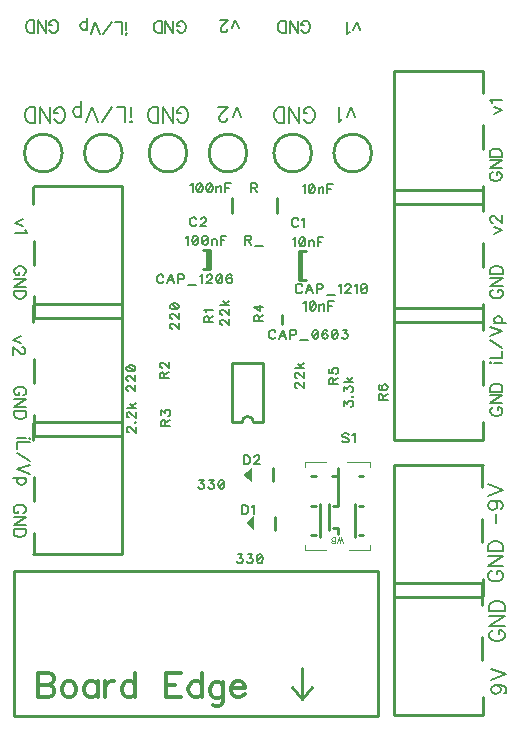
<source format=gto>
G04 DipTrace 2.3.1.0*
%INTopSilk.gbr*%
%MOIN*%
%ADD10C,0.01*%
%ADD12C,0.003*%
%ADD24C,0.0039*%
%ADD67C,0.0066*%
%ADD68C,0.0062*%
%ADD69C,0.0077*%
%ADD71C,0.0124*%
%FSLAX44Y44*%
G04*
G70*
G90*
G75*
G01*
%LNTopSilk*%
%LPD*%
X12954Y20899D2*
D10*
Y21410D1*
X11457D2*
Y20899D1*
X13758Y18670D2*
Y19654D1*
X13684Y18670D2*
Y19654D1*
Y18670D2*
X13919D1*
X13684Y19654D2*
X13919D1*
X13129Y17195D2*
Y17510D1*
X10645Y19659D2*
Y19030D1*
X10719Y19659D2*
Y19030D1*
Y19659D2*
X10484D1*
X10719Y19030D2*
X10484D1*
G36*
X12189Y10324D2*
Y10796D1*
X11913Y10560D1*
D1*
X12189Y10324D1*
G37*
X12897Y10343D2*
D10*
Y10776D1*
G36*
X12115Y11951D2*
Y12423D1*
X11840Y12187D1*
D1*
X12115Y11951D1*
G37*
X12824Y11970D2*
D10*
Y12404D1*
X16326Y4189D2*
Y8951D1*
X4196Y4141D2*
X16326D1*
X4196Y8976D2*
X16326D1*
X4196Y4145D2*
Y8970D1*
X13796Y4728D2*
Y5735D1*
Y4708D2*
X13478Y5105D1*
X14128D2*
X13805Y4712D1*
X19811Y10720D2*
Y9933D1*
X16859Y10188D2*
Y12511D1*
X19815D2*
X16859D1*
Y10208D2*
Y8102D1*
X19811Y8098D2*
X16878Y8102D1*
X19815Y8125D2*
Y8708D1*
X19811Y11783D2*
Y12511D1*
Y6783D2*
Y5995D1*
X16859Y6251D2*
Y8574D1*
X19815D2*
X16859D1*
Y6271D2*
Y4165D1*
X19811Y4161D2*
X16878Y4165D1*
X19815Y4188D2*
Y4771D1*
X19811Y7845D2*
Y8574D1*
X4848Y11315D2*
Y12102D1*
X7801Y11847D2*
Y9524D1*
X4844D2*
X7801D1*
Y11827D2*
Y13933D1*
X4848Y13937D2*
X7781Y13933D1*
X4844Y13910D2*
Y13327D1*
X4848Y10252D2*
Y9524D1*
Y19189D2*
Y19976D1*
X7801Y19721D2*
Y17398D1*
X4844D2*
X7801D1*
Y19701D2*
Y21807D1*
X4848Y21811D2*
X7781Y21807D1*
X4844Y21784D2*
Y21201D1*
X4848Y18126D2*
Y17398D1*
Y15252D2*
Y16039D1*
X7801Y15784D2*
Y13461D1*
X4844D2*
X7801D1*
Y15764D2*
Y17870D1*
X4848Y17874D2*
X7781Y17870D1*
X4844Y17847D2*
Y17264D1*
X4848Y14189D2*
Y13461D1*
X19816Y15958D2*
Y15171D1*
X16863Y15426D2*
Y17750D1*
X19820D2*
X16863D1*
Y15446D2*
Y13340D1*
X19816Y13336D2*
X16883Y13340D1*
X19820Y13364D2*
Y13947D1*
X19816Y17021D2*
Y17750D1*
Y19896D2*
Y19108D1*
X16863Y19364D2*
Y21687D1*
X19820D2*
X16863D1*
Y19384D2*
Y17278D1*
X19816Y17274D2*
X16883Y17278D1*
X19820Y17301D2*
Y17884D1*
X19816Y20958D2*
Y21687D1*
Y23833D2*
Y23046D1*
X16863Y23301D2*
Y25624D1*
X19820D2*
X16863D1*
Y23321D2*
Y21215D1*
X19816Y21211D2*
X16883Y21215D1*
X19820Y21238D2*
Y21821D1*
X19816Y24896D2*
Y25624D1*
X15844Y12127D2*
X15686D1*
X15844Y11143D2*
X15686D1*
X15844Y10159D2*
X15686D1*
X14269Y11143D2*
X14111D1*
X14269Y10159D2*
X14111D1*
X14997Y11143D2*
X14820D1*
X14249Y12127D2*
X14092D1*
X14997Y12422D2*
Y12048D1*
X14977Y12127D2*
X14800D1*
X14997Y10218D2*
Y10395D1*
X14820D1*
X14387Y11202D2*
Y10099D1*
X15549Y11221D2*
Y10119D1*
X14997Y12048D2*
Y11143D1*
X16060Y12619D2*
D24*
X15292D1*
X14702Y11221D2*
D10*
Y10336D1*
X16056Y12619D2*
D24*
Y12446D1*
X13895Y12619D2*
X14584D1*
X13895D2*
Y12442D1*
Y9666D2*
X14584D1*
X13895Y9844D2*
Y9666D1*
X16060D2*
X15371D1*
X16060Y9844D2*
Y9666D1*
X10698Y22906D2*
D10*
G02X10698Y22906I630J0D01*
G01*
X4542D2*
G02X4542Y22906I630J0D01*
G01*
X6542D2*
G02X6542Y22906I630J0D01*
G01*
X8698Y22905D2*
G02X8698Y22905I630J0D01*
G01*
X12855Y22906D2*
G02X12855Y22906I630J0D01*
G01*
X14855D2*
G02X14855Y22906I630J0D01*
G01*
X12502Y13928D2*
Y15896D1*
X11478Y13928D2*
Y15896D1*
X12502D2*
X11478D1*
X12187Y13928D2*
X12502D1*
X11793D2*
X11478D1*
X12187D2*
G03X11793Y13928I-197J0D01*
G01*
X13817Y21801D2*
D67*
X13846Y21816D1*
X13889Y21858D1*
Y21557D1*
X14107Y21858D2*
X14064Y21844D1*
X14035Y21801D1*
X14021Y21729D1*
Y21686D1*
X14035Y21615D1*
X14064Y21572D1*
X14107Y21557D1*
X14135D1*
X14178Y21572D1*
X14207Y21615D1*
X14221Y21686D1*
Y21729D1*
X14207Y21801D1*
X14178Y21844D1*
X14135Y21858D1*
X14107D1*
X14207Y21801D2*
X14035Y21615D1*
X14353Y21758D2*
Y21557D1*
Y21701D2*
X14396Y21744D1*
X14425Y21758D1*
X14467D1*
X14496Y21744D1*
X14511Y21701D1*
Y21557D1*
X14829Y21859D2*
X14642D1*
Y21557D1*
Y21715D2*
X14757D1*
X13669Y20676D2*
X13655Y20705D1*
X13626Y20734D1*
X13597Y20748D1*
X13540D1*
X13511Y20734D1*
X13483Y20705D1*
X13468Y20676D1*
X13454Y20633D1*
Y20561D1*
X13468Y20518D1*
X13483Y20490D1*
X13511Y20461D1*
X13540Y20446D1*
X13597D1*
X13626Y20461D1*
X13655Y20490D1*
X13669Y20518D1*
X13800Y20690D2*
X13829Y20705D1*
X13872Y20748D1*
Y20446D1*
X10076Y21841D2*
X10105Y21856D1*
X10148Y21898D1*
Y21597D1*
X10366Y21898D2*
X10323Y21884D1*
X10294Y21841D1*
X10279Y21769D1*
Y21726D1*
X10294Y21655D1*
X10323Y21612D1*
X10366Y21597D1*
X10394D1*
X10437Y21612D1*
X10466Y21655D1*
X10480Y21726D1*
Y21769D1*
X10466Y21841D1*
X10437Y21884D1*
X10394Y21898D1*
X10366D1*
X10466Y21841D2*
X10294Y21655D1*
X10698Y21898D2*
X10655Y21884D1*
X10626Y21841D1*
X10612Y21769D1*
Y21726D1*
X10626Y21655D1*
X10655Y21612D1*
X10698Y21597D1*
X10726D1*
X10769Y21612D1*
X10798Y21655D1*
X10813Y21726D1*
Y21769D1*
X10798Y21841D1*
X10769Y21884D1*
X10726Y21898D1*
X10698D1*
X10798Y21841D2*
X10626Y21655D1*
X10944Y21798D2*
Y21597D1*
Y21741D2*
X10987Y21784D1*
X11016Y21798D1*
X11059D1*
X11087Y21784D1*
X11102Y21741D1*
Y21597D1*
X11420Y21899D2*
X11233D1*
Y21597D1*
Y21755D2*
X11348D1*
X10279Y20696D2*
X10265Y20725D1*
X10236Y20754D1*
X10208Y20768D1*
X10150D1*
X10122Y20754D1*
X10093Y20725D1*
X10078Y20696D1*
X10064Y20653D1*
Y20581D1*
X10078Y20538D1*
X10093Y20510D1*
X10122Y20481D1*
X10150Y20466D1*
X10208D1*
X10236Y20481D1*
X10265Y20510D1*
X10279Y20538D1*
X10425Y20696D2*
Y20710D1*
X10439Y20739D1*
X10454Y20753D1*
X10483Y20768D1*
X10540D1*
X10568Y20753D1*
X10583Y20739D1*
X10597Y20710D1*
Y20682D1*
X10583Y20653D1*
X10554Y20610D1*
X10411Y20466D1*
X10612D1*
X13496Y20035D2*
X13525Y20049D1*
X13568Y20092D1*
Y19791D1*
X13785Y20092D2*
X13742Y20078D1*
X13713Y20035D1*
X13699Y19963D1*
Y19920D1*
X13713Y19848D1*
X13742Y19805D1*
X13785Y19791D1*
X13814D1*
X13857Y19805D1*
X13885Y19848D1*
X13900Y19920D1*
Y19963D1*
X13885Y20035D1*
X13857Y20078D1*
X13814Y20092D1*
X13785D1*
X13885Y20035D2*
X13713Y19848D1*
X14031Y19992D2*
Y19791D1*
Y19935D2*
X14074Y19978D1*
X14103Y19992D1*
X14146D1*
X14175Y19978D1*
X14189Y19935D1*
Y19791D1*
X14507Y20093D2*
X14320D1*
Y19791D1*
Y19949D2*
X14435D1*
X13795Y18467D2*
X13781Y18496D1*
X13752Y18525D1*
X13723Y18539D1*
X13666D1*
X13637Y18525D1*
X13609Y18496D1*
X13594Y18467D1*
X13580Y18424D1*
Y18352D1*
X13594Y18310D1*
X13609Y18281D1*
X13637Y18252D1*
X13666Y18238D1*
X13723D1*
X13752Y18252D1*
X13781Y18281D1*
X13795Y18310D1*
X14156Y18238D2*
X14041Y18539D1*
X13926Y18238D1*
X13969Y18338D2*
X14113D1*
X14287Y18381D2*
X14417D1*
X14459Y18396D1*
X14474Y18410D1*
X14488Y18439D1*
Y18482D1*
X14474Y18510D1*
X14459Y18525D1*
X14417Y18539D1*
X14287D1*
Y18238D1*
X14620Y18188D2*
X14892D1*
X15023Y18481D2*
X15052Y18496D1*
X15095Y18539D1*
Y18238D1*
X15241Y18467D2*
Y18481D1*
X15255Y18510D1*
X15270Y18525D1*
X15299Y18539D1*
X15356D1*
X15384Y18525D1*
X15399Y18510D1*
X15413Y18481D1*
Y18453D1*
X15399Y18424D1*
X15370Y18381D1*
X15227Y18238D1*
X15428D1*
X15559Y18481D2*
X15588Y18496D1*
X15631Y18539D1*
Y18238D1*
X15848Y18539D2*
X15805Y18525D1*
X15776Y18481D1*
X15762Y18410D1*
Y18367D1*
X15776Y18295D1*
X15805Y18252D1*
X15848Y18238D1*
X15877D1*
X15920Y18252D1*
X15948Y18295D1*
X15963Y18367D1*
Y18410D1*
X15948Y18481D1*
X15920Y18525D1*
X15877Y18539D1*
X15848D1*
X15948Y18481D2*
X15776Y18295D1*
X13843Y17900D2*
X13872Y17915D1*
X13915Y17958D1*
Y17656D1*
X14133Y17958D2*
X14090Y17943D1*
X14061Y17900D1*
X14046Y17829D1*
Y17785D1*
X14061Y17714D1*
X14090Y17671D1*
X14133Y17656D1*
X14161D1*
X14204Y17671D1*
X14233Y17714D1*
X14247Y17785D1*
Y17829D1*
X14233Y17900D1*
X14204Y17943D1*
X14161Y17958D1*
X14133D1*
X14233Y17900D2*
X14061Y17714D1*
X14379Y17857D2*
Y17656D1*
Y17800D2*
X14422Y17843D1*
X14451Y17857D1*
X14493D1*
X14522Y17843D1*
X14537Y17800D1*
Y17656D1*
X14854Y17958D2*
X14668D1*
Y17656D1*
Y17814D2*
X14782D1*
X12911Y16942D2*
X12897Y16971D1*
X12868Y17000D1*
X12839Y17014D1*
X12782D1*
X12753Y17000D1*
X12724Y16971D1*
X12710Y16942D1*
X12696Y16899D1*
Y16827D1*
X12710Y16784D1*
X12724Y16755D1*
X12753Y16727D1*
X12782Y16712D1*
X12839D1*
X12868Y16727D1*
X12897Y16755D1*
X12911Y16784D1*
X13272Y16712D2*
X13157Y17014D1*
X13042Y16712D1*
X13085Y16813D2*
X13229D1*
X13403Y16856D2*
X13532D1*
X13575Y16870D1*
X13590Y16885D1*
X13604Y16913D1*
Y16956D1*
X13590Y16985D1*
X13575Y17000D1*
X13532Y17014D1*
X13403D1*
Y16712D1*
X13735Y16663D2*
X14008D1*
X14225Y17013D2*
X14182Y16999D1*
X14153Y16956D1*
X14139Y16884D1*
Y16841D1*
X14153Y16770D1*
X14182Y16727D1*
X14225Y16712D1*
X14254D1*
X14297Y16727D1*
X14326Y16770D1*
X14340Y16841D1*
Y16884D1*
X14326Y16956D1*
X14297Y16999D1*
X14254Y17013D1*
X14225D1*
X14326Y16956D2*
X14153Y16770D1*
X14643Y16971D2*
X14629Y16999D1*
X14586Y17013D1*
X14558D1*
X14514Y16999D1*
X14486Y16956D1*
X14471Y16884D1*
Y16813D1*
X14486Y16755D1*
X14514Y16727D1*
X14558Y16712D1*
X14572D1*
X14615Y16727D1*
X14643Y16755D1*
X14658Y16799D1*
Y16813D1*
X14643Y16856D1*
X14615Y16884D1*
X14572Y16899D1*
X14558D1*
X14514Y16884D1*
X14486Y16856D1*
X14471Y16813D1*
X14875Y17013D2*
X14832Y16999D1*
X14803Y16956D1*
X14789Y16884D1*
Y16841D1*
X14803Y16770D1*
X14832Y16727D1*
X14875Y16712D1*
X14904D1*
X14947Y16727D1*
X14975Y16770D1*
X14990Y16841D1*
Y16884D1*
X14975Y16956D1*
X14947Y16999D1*
X14904Y17013D1*
X14875D1*
X14975Y16956D2*
X14803Y16770D1*
X15150Y17013D2*
X15308D1*
X15222Y16899D1*
X15265D1*
X15293Y16884D1*
X15308Y16870D1*
X15322Y16827D1*
Y16799D1*
X15308Y16755D1*
X15279Y16727D1*
X15236Y16712D1*
X15193D1*
X15150Y16727D1*
X15136Y16741D1*
X15121Y16770D1*
X9930Y20090D2*
X9959Y20105D1*
X10002Y20148D1*
Y19846D1*
X10219Y20148D2*
X10176Y20133D1*
X10147Y20090D1*
X10133Y20019D1*
Y19975D1*
X10147Y19904D1*
X10176Y19861D1*
X10219Y19846D1*
X10248D1*
X10291Y19861D1*
X10319Y19904D1*
X10334Y19975D1*
Y20019D1*
X10319Y20090D1*
X10291Y20133D1*
X10248Y20148D1*
X10219D1*
X10319Y20090D2*
X10147Y19904D1*
X10551Y20148D2*
X10508Y20133D1*
X10479Y20090D1*
X10465Y20019D1*
Y19975D1*
X10479Y19904D1*
X10508Y19861D1*
X10551Y19846D1*
X10580D1*
X10623Y19861D1*
X10651Y19904D1*
X10666Y19975D1*
Y20019D1*
X10651Y20090D1*
X10623Y20133D1*
X10580Y20148D1*
X10551D1*
X10651Y20090D2*
X10479Y19904D1*
X10797Y20047D2*
Y19846D1*
Y19990D2*
X10840Y20033D1*
X10869Y20047D1*
X10912D1*
X10941Y20033D1*
X10955Y19990D1*
Y19846D1*
X11273Y20148D2*
X11086D1*
Y19846D1*
Y20004D2*
X11201D1*
X9178Y18787D2*
X9164Y18816D1*
X9135Y18845D1*
X9106Y18859D1*
X9049D1*
X9020Y18845D1*
X8992Y18816D1*
X8977Y18787D1*
X8963Y18744D1*
Y18672D1*
X8977Y18629D1*
X8992Y18600D1*
X9020Y18572D1*
X9049Y18557D1*
X9106D1*
X9135Y18572D1*
X9164Y18600D1*
X9178Y18629D1*
X9539Y18557D2*
X9424Y18859D1*
X9309Y18557D1*
X9352Y18658D2*
X9496D1*
X9670Y18701D2*
X9799D1*
X9842Y18715D1*
X9857Y18730D1*
X9871Y18758D1*
Y18801D1*
X9857Y18830D1*
X9842Y18845D1*
X9799Y18859D1*
X9670D1*
Y18557D1*
X10002Y18508D2*
X10275D1*
X10406Y18801D2*
X10435Y18816D1*
X10478Y18858D1*
Y18557D1*
X10624Y18787D2*
Y18801D1*
X10638Y18830D1*
X10652Y18844D1*
X10681Y18858D1*
X10739D1*
X10767Y18844D1*
X10781Y18830D1*
X10796Y18801D1*
Y18773D1*
X10781Y18744D1*
X10753Y18701D1*
X10609Y18557D1*
X10810D1*
X11028Y18858D2*
X10985Y18844D1*
X10956Y18801D1*
X10942Y18729D1*
Y18686D1*
X10956Y18615D1*
X10985Y18572D1*
X11028Y18557D1*
X11056D1*
X11099Y18572D1*
X11128Y18615D1*
X11143Y18686D1*
Y18729D1*
X11128Y18801D1*
X11099Y18844D1*
X11056Y18858D1*
X11028D1*
X11128Y18801D2*
X10956Y18615D1*
X11446Y18816D2*
X11432Y18844D1*
X11388Y18858D1*
X11360D1*
X11317Y18844D1*
X11288Y18801D1*
X11274Y18729D1*
Y18658D1*
X11288Y18600D1*
X11317Y18572D1*
X11360Y18557D1*
X11374D1*
X11417Y18572D1*
X11446Y18600D1*
X11460Y18644D1*
Y18658D1*
X11446Y18701D1*
X11417Y18729D1*
X11374Y18744D1*
X11360D1*
X11317Y18729D1*
X11288Y18701D1*
X11274Y18658D1*
X11793Y11168D2*
Y10866D1*
X11894D1*
X11937Y10881D1*
X11966Y10909D1*
X11980Y10938D1*
X11994Y10981D1*
Y11053D1*
X11980Y11096D1*
X11966Y11125D1*
X11937Y11154D1*
X11894Y11168D1*
X11793D1*
X12125Y11110D2*
X12154Y11125D1*
X12197Y11167D1*
Y10866D1*
X11859Y12830D2*
Y12528D1*
X11960D1*
X12003Y12543D1*
X12032Y12571D1*
X12046Y12600D1*
X12060Y12643D1*
Y12715D1*
X12046Y12758D1*
X12032Y12787D1*
X12003Y12815D1*
X11960Y12830D1*
X11859D1*
X12206Y12758D2*
Y12772D1*
X12220Y12801D1*
X12235Y12815D1*
X12263Y12829D1*
X12321D1*
X12349Y12815D1*
X12364Y12801D1*
X12378Y12772D1*
Y12744D1*
X12364Y12715D1*
X12335Y12672D1*
X12191Y12528D1*
X12392D1*
X12096Y21755D2*
X12225D1*
X12268Y21770D1*
X12283Y21784D1*
X12297Y21813D1*
Y21841D1*
X12283Y21870D1*
X12268Y21885D1*
X12225Y21899D1*
X12096D1*
Y21597D1*
X12197Y21755D2*
X12297Y21597D1*
X9460Y17048D2*
X9446D1*
X9417Y17062D1*
X9403Y17076D1*
X9389Y17105D1*
Y17163D1*
X9403Y17191D1*
X9417Y17205D1*
X9446Y17220D1*
X9475D1*
X9504Y17205D1*
X9546Y17177D1*
X9690Y17033D1*
Y17234D1*
X9460Y17380D2*
X9446D1*
X9417Y17394D1*
X9403Y17409D1*
X9389Y17438D1*
Y17495D1*
X9403Y17523D1*
X9417Y17538D1*
X9446Y17552D1*
X9475D1*
X9504Y17538D1*
X9546Y17509D1*
X9690Y17366D1*
Y17567D1*
X9389Y17784D2*
X9403Y17741D1*
X9446Y17712D1*
X9518Y17698D1*
X9561D1*
X9633Y17712D1*
X9676Y17741D1*
X9690Y17784D1*
Y17812D1*
X9676Y17856D1*
X9633Y17884D1*
X9561Y17899D1*
X9518D1*
X9446Y17884D1*
X9403Y17856D1*
X9389Y17812D1*
Y17784D1*
X9446Y17884D2*
X9633Y17712D1*
X10683Y17264D2*
Y17393D1*
X10668Y17436D1*
X10654Y17451D1*
X10626Y17465D1*
X10597D1*
X10568Y17451D1*
X10554Y17436D1*
X10539Y17393D1*
Y17264D1*
X10841D1*
X10683Y17364D2*
X10841Y17465D1*
X10597Y17596D2*
X10583Y17625D1*
X10540Y17668D1*
X10841D1*
X8010Y14980D2*
X7996D1*
X7967Y14994D1*
X7953Y15008D1*
X7939Y15037D1*
Y15095D1*
X7953Y15123D1*
X7967Y15137D1*
X7996Y15152D1*
X8025D1*
X8054Y15137D1*
X8096Y15109D1*
X8240Y14965D1*
Y15166D1*
X8010Y15312D2*
X7996D1*
X7967Y15326D1*
X7953Y15341D1*
X7939Y15369D1*
Y15427D1*
X7953Y15455D1*
X7967Y15470D1*
X7996Y15484D1*
X8025D1*
X8054Y15470D1*
X8096Y15441D1*
X8240Y15298D1*
Y15498D1*
X7939Y15716D2*
X7953Y15673D1*
X7996Y15644D1*
X8068Y15630D1*
X8111D1*
X8183Y15644D1*
X8226Y15673D1*
X8240Y15716D1*
Y15744D1*
X8226Y15788D1*
X8183Y15816D1*
X8111Y15831D1*
X8068D1*
X7996Y15816D1*
X7953Y15788D1*
X7939Y15744D1*
Y15716D1*
X7996Y15816D2*
X8183Y15644D1*
X9203Y15401D2*
Y15530D1*
X9188Y15574D1*
X9174Y15588D1*
X9146Y15602D1*
X9117D1*
X9088Y15588D1*
X9074Y15574D1*
X9059Y15530D1*
Y15401D1*
X9361D1*
X9203Y15502D2*
X9361Y15602D1*
X9131Y15748D2*
X9117D1*
X9088Y15762D1*
X9074Y15777D1*
X9060Y15806D1*
Y15863D1*
X9074Y15891D1*
X9088Y15906D1*
X9117Y15920D1*
X9146D1*
X9174Y15906D1*
X9217Y15877D1*
X9361Y15734D1*
Y15935D1*
X8020Y13599D2*
X8006D1*
X7977Y13614D1*
X7963Y13628D1*
X7949Y13657D1*
Y13714D1*
X7963Y13743D1*
X7977Y13757D1*
X8006Y13772D1*
X8035D1*
X8064Y13757D1*
X8106Y13728D1*
X8250Y13585D1*
Y13786D1*
X8221Y13931D2*
X8236Y13917D1*
X8250Y13931D1*
X8236Y13946D1*
X8221Y13931D1*
X8020Y14092D2*
X8006D1*
X7977Y14106D1*
X7963Y14120D1*
X7949Y14149D1*
Y14206D1*
X7963Y14235D1*
X7977Y14249D1*
X8006Y14264D1*
X8035D1*
X8064Y14249D1*
X8106Y14221D1*
X8250Y14077D1*
Y14278D1*
X7948Y14409D2*
X8250D1*
X8049Y14553D2*
X8193Y14409D1*
X8135Y14467D2*
X8250Y14567D1*
X9243Y13809D2*
Y13938D1*
X9228Y13982D1*
X9214Y13996D1*
X9186Y14010D1*
X9157D1*
X9128Y13996D1*
X9114Y13982D1*
X9099Y13938D1*
Y13809D1*
X9401D1*
X9243Y13910D2*
X9401Y14010D1*
X9100Y14171D2*
Y14328D1*
X9214Y14242D1*
Y14285D1*
X9229Y14314D1*
X9243Y14328D1*
X9286Y14343D1*
X9315D1*
X9358Y14328D1*
X9387Y14300D1*
X9401Y14256D1*
Y14213D1*
X9387Y14171D1*
X9372Y14156D1*
X9343Y14142D1*
X11130Y17180D2*
X11116D1*
X11087Y17194D1*
X11073Y17208D1*
X11059Y17237D1*
Y17294D1*
X11073Y17323D1*
X11087Y17337D1*
X11116Y17352D1*
X11145D1*
X11174Y17337D1*
X11216Y17309D1*
X11360Y17165D1*
Y17366D1*
X11130Y17512D2*
X11116D1*
X11087Y17526D1*
X11073Y17540D1*
X11059Y17569D1*
Y17626D1*
X11073Y17655D1*
X11087Y17669D1*
X11116Y17684D1*
X11145D1*
X11174Y17669D1*
X11216Y17641D1*
X11360Y17497D1*
Y17698D1*
X11058Y17829D2*
X11360D1*
X11159Y17973D2*
X11303Y17829D1*
X11245Y17887D2*
X11360Y17987D1*
X12353Y17302D2*
Y17431D1*
X12338Y17474D1*
X12324Y17489D1*
X12296Y17503D1*
X12267D1*
X12238Y17489D1*
X12224Y17474D1*
X12209Y17431D1*
Y17302D1*
X12511D1*
X12353Y17403D2*
X12511Y17503D1*
Y17778D2*
X12210D1*
X12410Y17635D1*
Y17850D1*
X13620Y15084D2*
X13606D1*
X13577Y15098D1*
X13563Y15112D1*
X13549Y15141D1*
Y15199D1*
X13563Y15227D1*
X13577Y15241D1*
X13606Y15256D1*
X13635D1*
X13664Y15241D1*
X13706Y15213D1*
X13850Y15069D1*
Y15270D1*
X13620Y15416D2*
X13606D1*
X13577Y15430D1*
X13563Y15445D1*
X13549Y15474D1*
Y15531D1*
X13563Y15559D1*
X13577Y15574D1*
X13606Y15588D1*
X13635D1*
X13664Y15574D1*
X13706Y15545D1*
X13850Y15402D1*
Y15603D1*
X13548Y15734D2*
X13850D1*
X13649Y15877D2*
X13793Y15734D1*
X13735Y15791D2*
X13850Y15892D1*
X14843Y15214D2*
Y15343D1*
X14828Y15386D1*
X14814Y15401D1*
X14786Y15415D1*
X14757D1*
X14728Y15401D1*
X14714Y15386D1*
X14699Y15343D1*
Y15214D1*
X15001D1*
X14843Y15314D2*
X15001Y15415D1*
X14700Y15718D2*
Y15575D1*
X14829Y15561D1*
X14814Y15575D1*
X14800Y15618D1*
Y15661D1*
X14814Y15704D1*
X14843Y15733D1*
X14886Y15747D1*
X14915D1*
X14958Y15733D1*
X14987Y15704D1*
X15001Y15661D1*
Y15618D1*
X14987Y15575D1*
X14972Y15561D1*
X14943Y15546D1*
X15196Y14471D2*
Y14629D1*
X15311Y14543D1*
Y14586D1*
X15325Y14614D1*
X15340Y14629D1*
X15383Y14643D1*
X15411D1*
X15454Y14629D1*
X15483Y14600D1*
X15497Y14557D1*
Y14514D1*
X15483Y14471D1*
X15469Y14457D1*
X15440Y14442D1*
X15469Y14789D2*
X15483Y14775D1*
X15497Y14789D1*
X15483Y14803D1*
X15469Y14789D1*
X15196Y14964D2*
Y15121D1*
X15311Y15035D1*
Y15078D1*
X15325Y15107D1*
X15340Y15121D1*
X15383Y15136D1*
X15411D1*
X15454Y15121D1*
X15483Y15092D1*
X15497Y15049D1*
Y15006D1*
X15483Y14964D1*
X15469Y14949D1*
X15440Y14935D1*
X15196Y15267D2*
X15497D1*
X15296Y15410D2*
X15440Y15267D1*
X15383Y15324D2*
X15497Y15425D1*
X16490Y14674D2*
Y14803D1*
X16476Y14846D1*
X16462Y14861D1*
X16433Y14875D1*
X16404D1*
X16376Y14861D1*
X16361Y14846D1*
X16347Y14803D1*
Y14674D1*
X16648D1*
X16490Y14775D2*
X16648Y14875D1*
X16390Y15179D2*
X16361Y15164D1*
X16347Y15121D1*
Y15093D1*
X16361Y15050D1*
X16405Y15021D1*
X16476Y15006D1*
X16548D1*
X16605Y15021D1*
X16634Y15050D1*
X16648Y15093D1*
Y15107D1*
X16634Y15150D1*
X16605Y15179D1*
X16562Y15193D1*
X16548D1*
X16505Y15179D1*
X16476Y15150D1*
X16462Y15107D1*
Y15093D1*
X16476Y15050D1*
X16505Y15021D1*
X16548Y15006D1*
X11652Y9536D2*
X11810D1*
X11724Y9421D1*
X11767D1*
X11796Y9407D1*
X11810Y9393D1*
X11824Y9350D1*
Y9321D1*
X11810Y9278D1*
X11781Y9249D1*
X11738Y9235D1*
X11695D1*
X11652Y9249D1*
X11638Y9264D1*
X11623Y9292D1*
X11984Y9536D2*
X12142D1*
X12056Y9421D1*
X12099D1*
X12128Y9407D1*
X12142Y9393D1*
X12157Y9350D1*
Y9321D1*
X12142Y9278D1*
X12113Y9249D1*
X12070Y9235D1*
X12027D1*
X11984Y9249D1*
X11970Y9264D1*
X11956Y9292D1*
X12374Y9536D2*
X12331Y9522D1*
X12302Y9479D1*
X12288Y9407D1*
Y9364D1*
X12302Y9292D1*
X12331Y9249D1*
X12374Y9235D1*
X12403D1*
X12446Y9249D1*
X12474Y9292D1*
X12489Y9364D1*
Y9407D1*
X12474Y9479D1*
X12446Y9522D1*
X12403Y9536D1*
X12374D1*
X12474Y9479D2*
X12302Y9292D1*
X10367Y12011D2*
X10525D1*
X10439Y11896D1*
X10482D1*
X10510Y11882D1*
X10525Y11868D1*
X10539Y11825D1*
Y11796D1*
X10525Y11753D1*
X10496Y11724D1*
X10453Y11710D1*
X10410D1*
X10367Y11724D1*
X10353Y11739D1*
X10338Y11767D1*
X10699Y12011D2*
X10857D1*
X10771Y11896D1*
X10814D1*
X10843Y11882D1*
X10857Y11868D1*
X10872Y11825D1*
Y11796D1*
X10857Y11753D1*
X10828Y11724D1*
X10785Y11710D1*
X10742D1*
X10699Y11724D1*
X10685Y11739D1*
X10671Y11767D1*
X11089Y12011D2*
X11046Y11997D1*
X11017Y11954D1*
X11003Y11882D1*
Y11839D1*
X11017Y11767D1*
X11046Y11724D1*
X11089Y11710D1*
X11117D1*
X11161Y11724D1*
X11189Y11767D1*
X11204Y11839D1*
Y11882D1*
X11189Y11954D1*
X11161Y11997D1*
X11117Y12011D1*
X11089D1*
X11189Y11954D2*
X11017Y11767D1*
X11894Y20005D2*
X12023D1*
X12066Y20020D1*
X12081Y20034D1*
X12095Y20063D1*
Y20091D1*
X12081Y20120D1*
X12066Y20135D1*
X12023Y20149D1*
X11894D1*
Y19847D1*
X11995Y20005D2*
X12095Y19847D1*
X12227Y19798D2*
X12499D1*
X15346Y13517D2*
X15318Y13546D1*
X15275Y13560D1*
X15217D1*
X15174Y13546D1*
X15145Y13517D1*
Y13489D1*
X15160Y13460D1*
X15174Y13446D1*
X15203Y13431D1*
X15289Y13402D1*
X15318Y13388D1*
X15332Y13374D1*
X15346Y13345D1*
Y13302D1*
X15318Y13273D1*
X15275Y13259D1*
X15217D1*
X15174Y13273D1*
X15145Y13302D1*
X15478Y13503D2*
X15506Y13517D1*
X15550Y13560D1*
Y13259D1*
X20067Y15904D2*
D68*
X20086Y15923D1*
X20067Y15943D1*
X20047Y15923D1*
X20067Y15904D1*
X20201Y15923D2*
X20469D1*
X20067Y16066D2*
X20469D1*
Y16296D1*
Y16419D2*
X20067Y16687D1*
Y16811D2*
X20469Y16964D1*
X20067Y17117D1*
X20201Y17240D2*
X20603D1*
X20258D2*
X20220Y17279D1*
X20201Y17317D1*
Y17374D1*
X20220Y17413D1*
X20258Y17451D1*
X20316Y17470D1*
X20354D1*
X20411Y17451D1*
X20450Y17413D1*
X20469Y17374D1*
Y17317D1*
X20450Y17279D1*
X20411Y17240D1*
X20115Y8986D2*
D69*
X20068Y8963D1*
X20020Y8915D1*
X19996Y8867D1*
Y8771D1*
X20020Y8723D1*
X20068Y8676D1*
X20115Y8651D1*
X20187Y8628D1*
X20307D1*
X20378Y8651D1*
X20427Y8676D1*
X20474Y8723D1*
X20498Y8771D1*
Y8867D1*
X20474Y8915D1*
X20427Y8963D1*
X20378Y8986D1*
X20307D1*
Y8867D1*
X19996Y9476D2*
X20498D1*
X19996Y9141D1*
X20498D1*
X19996Y9630D2*
X20498D1*
Y9798D1*
X20474Y9869D1*
X20427Y9918D1*
X20378Y9941D1*
X20307Y9965D1*
X20187D1*
X20115Y9941D1*
X20068Y9918D1*
X20020Y9869D1*
X19996Y9798D1*
Y9630D1*
X20163Y6999D2*
X20115Y6975D1*
X20067Y6927D1*
X20043Y6879D1*
Y6784D1*
X20067Y6736D1*
X20115Y6688D1*
X20163Y6664D1*
X20235Y6640D1*
X20355D1*
X20426Y6664D1*
X20474Y6688D1*
X20522Y6736D1*
X20546Y6784D1*
Y6879D1*
X20522Y6927D1*
X20474Y6975D1*
X20426Y6999D1*
X20355D1*
Y6879D1*
X20043Y7488D2*
X20546D1*
X20043Y7153D1*
X20546D1*
X20043Y7642D2*
X20546D1*
Y7810D1*
X20522Y7882D1*
X20474Y7930D1*
X20426Y7954D1*
X20355Y7977D1*
X20235D1*
X20163Y7954D1*
X20115Y7930D1*
X20067Y7882D1*
X20043Y7810D1*
Y7642D1*
X4713Y13419D2*
D68*
X4694Y13400D1*
X4713Y13381D1*
X4733Y13400D1*
X4713Y13419D1*
X4580Y13400D2*
X4312D1*
X4713Y13257D2*
X4312D1*
Y13028D1*
Y12904D2*
X4713Y12636D1*
Y12513D2*
X4312Y12360D1*
X4713Y12207D1*
X4580Y12083D2*
X4178D1*
X4522D2*
X4560Y12045D1*
X4580Y12007D1*
Y11950D1*
X4560Y11911D1*
X4522Y11873D1*
X4465Y11854D1*
X4426D1*
X4369Y11873D1*
X4331Y11911D1*
X4312Y11950D1*
Y12007D1*
X4331Y12045D1*
X4369Y12083D1*
X5541Y24043D2*
D69*
X5564Y23995D1*
X5613Y23947D1*
X5660Y23923D1*
X5756D1*
X5804Y23947D1*
X5851Y23995D1*
X5876Y24043D1*
X5899Y24115D1*
Y24235D1*
X5876Y24306D1*
X5851Y24354D1*
X5804Y24401D1*
X5756Y24426D1*
X5660D1*
X5613Y24401D1*
X5564Y24354D1*
X5541Y24306D1*
Y24235D1*
X5660D1*
X5051Y23923D2*
Y24426D1*
X5386Y23923D1*
Y24426D1*
X4897Y23923D2*
Y24426D1*
X4729D1*
X4658Y24401D1*
X4610Y24354D1*
X4586Y24306D1*
X4562Y24235D1*
Y24115D1*
X4586Y24043D1*
X4610Y23995D1*
X4658Y23947D1*
X4729Y23923D1*
X4897D1*
X9635Y24043D2*
X9659Y23995D1*
X9707Y23947D1*
X9755Y23923D1*
X9850D1*
X9899Y23947D1*
X9946Y23995D1*
X9970Y24043D1*
X9994Y24115D1*
Y24235D1*
X9970Y24306D1*
X9946Y24354D1*
X9899Y24401D1*
X9850Y24426D1*
X9755D1*
X9707Y24401D1*
X9659Y24354D1*
X9635Y24306D1*
Y24235D1*
X9755D1*
X9146Y23923D2*
Y24426D1*
X9481Y23923D1*
Y24426D1*
X8992Y23923D2*
Y24426D1*
X8824D1*
X8752Y24401D1*
X8704Y24354D1*
X8681Y24306D1*
X8657Y24235D1*
Y24115D1*
X8681Y24043D1*
X8704Y23995D1*
X8752Y23947D1*
X8824Y23923D1*
X8992D1*
X13854Y24043D2*
X13878Y23995D1*
X13926Y23947D1*
X13973Y23923D1*
X14069D1*
X14117Y23947D1*
X14165Y23995D1*
X14189Y24043D1*
X14213Y24115D1*
Y24235D1*
X14189Y24306D1*
X14165Y24354D1*
X14117Y24401D1*
X14069Y24426D1*
X13973D1*
X13926Y24401D1*
X13878Y24354D1*
X13854Y24306D1*
Y24235D1*
X13973D1*
X13365Y23923D2*
Y24426D1*
X13700Y23923D1*
Y24426D1*
X13210Y23923D2*
Y24426D1*
X13043D1*
X12971Y24401D1*
X12923Y24354D1*
X12899Y24306D1*
X12875Y24235D1*
Y24115D1*
X12899Y24043D1*
X12923Y23995D1*
X12971Y23947D1*
X13043Y23923D1*
X13210D1*
X15575Y24104D2*
X15431Y24439D1*
X15288Y24104D1*
X15134Y24033D2*
X15086Y24008D1*
X15014Y23937D1*
Y24439D1*
X11776Y24121D2*
X11632Y24456D1*
X11489Y24121D1*
X11310Y24074D2*
Y24050D1*
X11286Y24002D1*
X11263Y23978D1*
X11215Y23955D1*
X11119D1*
X11071Y23978D1*
X11048Y24002D1*
X11023Y24050D1*
Y24098D1*
X11048Y24146D1*
X11095Y24217D1*
X11335Y24456D1*
X11000D1*
X8113Y23954D2*
X8089Y23978D1*
X8065Y23954D1*
X8089Y23930D1*
X8113Y23954D1*
X8089Y24121D2*
Y24456D1*
X7910Y23954D2*
Y24456D1*
X7623D1*
X7469D2*
X7134Y23955D1*
X6980Y23954D2*
X6789Y24456D1*
X6597Y23954D1*
X6443Y24121D2*
Y24624D1*
Y24193D2*
X6395Y24146D1*
X6347Y24121D1*
X6275D1*
X6227Y24146D1*
X6180Y24193D1*
X6156Y24265D1*
Y24313D1*
X6180Y24385D1*
X6227Y24433D1*
X6275Y24456D1*
X6347D1*
X6395Y24433D1*
X6443Y24385D1*
X20247Y10580D2*
Y10857D1*
X20163Y11322D2*
X20235Y11298D1*
X20283Y11250D1*
X20307Y11179D1*
Y11155D1*
X20283Y11083D1*
X20235Y11035D1*
X20163Y11011D1*
X20140D1*
X20068Y11035D1*
X20020Y11083D1*
X19997Y11155D1*
Y11179D1*
X20020Y11250D1*
X20068Y11298D1*
X20163Y11322D1*
X20283D1*
X20403Y11298D1*
X20475Y11250D1*
X20498Y11179D1*
Y11131D1*
X20475Y11059D1*
X20427Y11035D1*
X19996Y11477D2*
X20498Y11668D1*
X19996Y11859D1*
X20271Y5178D2*
X20343Y5154D1*
X20391Y5107D1*
X20415Y5035D1*
Y5011D1*
X20391Y4939D1*
X20343Y4892D1*
X20271Y4867D1*
X20247D1*
X20175Y4892D1*
X20128Y4939D1*
X20104Y5011D1*
Y5035D1*
X20128Y5107D1*
X20175Y5154D1*
X20271Y5178D1*
X20391D1*
X20510Y5154D1*
X20582Y5107D1*
X20606Y5035D1*
Y4987D1*
X20582Y4915D1*
X20534Y4892D1*
X20103Y5333D2*
X20606Y5524D1*
X20103Y5715D1*
X4491Y10892D2*
D68*
X4529Y10911D1*
X4567Y10950D1*
X4586Y10988D1*
Y11064D1*
X4567Y11103D1*
X4529Y11141D1*
X4491Y11160D1*
X4433Y11179D1*
X4337D1*
X4280Y11160D1*
X4242Y11141D1*
X4204Y11103D1*
X4184Y11064D1*
Y10988D1*
X4204Y10950D1*
X4242Y10911D1*
X4280Y10892D1*
X4337D1*
Y10988D1*
X4586Y10501D2*
X4184D1*
X4586Y10769D1*
X4184D1*
X4586Y10377D2*
X4184D1*
Y10243D1*
X4204Y10186D1*
X4242Y10147D1*
X4280Y10128D1*
X4337Y10109D1*
X4433D1*
X4491Y10128D1*
X4529Y10147D1*
X4567Y10186D1*
X4586Y10243D1*
Y10377D1*
X4506Y14829D2*
X4545Y14848D1*
X4583Y14887D1*
X4602Y14925D1*
Y15001D1*
X4583Y15040D1*
X4545Y15078D1*
X4506Y15097D1*
X4449Y15116D1*
X4353D1*
X4296Y15097D1*
X4258Y15078D1*
X4220Y15040D1*
X4200Y15001D1*
Y14925D1*
X4220Y14887D1*
X4258Y14848D1*
X4296Y14829D1*
X4353D1*
Y14925D1*
X4602Y14438D2*
X4200D1*
X4602Y14706D1*
X4200D1*
X4602Y14314D2*
X4200D1*
Y14180D1*
X4220Y14123D1*
X4258Y14084D1*
X4296Y14065D1*
X4353Y14046D1*
X4449D1*
X4506Y14065D1*
X4545Y14084D1*
X4583Y14123D1*
X4602Y14180D1*
Y14314D1*
X4503Y18837D2*
X4541Y18856D1*
X4579Y18895D1*
X4598Y18933D1*
Y19009D1*
X4579Y19048D1*
X4541Y19086D1*
X4503Y19105D1*
X4445Y19124D1*
X4349D1*
X4292Y19105D1*
X4254Y19086D1*
X4216Y19048D1*
X4196Y19009D1*
Y18933D1*
X4216Y18895D1*
X4254Y18856D1*
X4292Y18837D1*
X4349D1*
Y18933D1*
X4598Y18446D2*
X4196D1*
X4598Y18714D1*
X4196D1*
X4598Y18322D2*
X4196D1*
Y18188D1*
X4216Y18131D1*
X4254Y18092D1*
X4292Y18073D1*
X4349Y18054D1*
X4445D1*
X4503Y18073D1*
X4541Y18092D1*
X4579Y18131D1*
X4598Y18188D1*
Y18322D1*
X4507Y20691D2*
X4239Y20576D1*
X4507Y20462D1*
X4564Y20338D2*
X4584Y20300D1*
X4641Y20242D1*
X4239D1*
X4440Y16805D2*
X4173Y16690D1*
X4440Y16576D1*
X4478Y16433D2*
X4498D1*
X4536Y16414D1*
X4555Y16395D1*
X4574Y16356D1*
Y16280D1*
X4555Y16242D1*
X4536Y16223D1*
X4498Y16203D1*
X4459D1*
X4421Y16223D1*
X4364Y16261D1*
X4173Y16452D1*
Y16184D1*
X7961Y26876D2*
X7942Y26895D1*
X7922Y26876D1*
X7942Y26856D1*
X7961Y26876D1*
X7942Y27010D2*
Y27277D1*
X7799Y26876D2*
Y27277D1*
X7569D1*
X7446D2*
X7178Y26876D1*
X7054D2*
X6901Y27277D1*
X6748Y26876D1*
X6625Y27010D2*
Y27411D1*
Y27067D2*
X6586Y27029D1*
X6548Y27010D1*
X6491D1*
X6452Y27029D1*
X6414Y27067D1*
X6395Y27124D1*
Y27163D1*
X6414Y27220D1*
X6452Y27258D1*
X6491Y27277D1*
X6548D1*
X6586Y27258D1*
X6625Y27220D1*
X5379Y27018D2*
X5398Y26980D1*
X5437Y26942D1*
X5475Y26923D1*
X5551D1*
X5590Y26942D1*
X5628Y26980D1*
X5647Y27018D1*
X5666Y27076D1*
Y27172D1*
X5647Y27229D1*
X5628Y27267D1*
X5590Y27305D1*
X5551Y27325D1*
X5475D1*
X5437Y27305D1*
X5398Y27267D1*
X5379Y27229D1*
Y27172D1*
X5475D1*
X4988Y26923D2*
Y27325D1*
X5256Y26923D1*
Y27325D1*
X4864Y26923D2*
Y27325D1*
X4730D1*
X4673Y27305D1*
X4634Y27267D1*
X4615Y27229D1*
X4596Y27172D1*
Y27076D1*
X4615Y27018D1*
X4634Y26980D1*
X4673Y26942D1*
X4730Y26923D1*
X4864D1*
X9633Y27003D2*
X9652Y26965D1*
X9690Y26926D1*
X9728Y26907D1*
X9805D1*
X9843Y26926D1*
X9881Y26965D1*
X9901Y27003D1*
X9920Y27060D1*
Y27156D1*
X9901Y27213D1*
X9881Y27251D1*
X9843Y27289D1*
X9805Y27309D1*
X9728D1*
X9690Y27289D1*
X9652Y27251D1*
X9633Y27213D1*
Y27156D1*
X9728D1*
X9241Y26907D2*
Y27309D1*
X9509Y26907D1*
Y27309D1*
X9118Y26907D2*
Y27309D1*
X8984D1*
X8926Y27289D1*
X8888Y27251D1*
X8869Y27213D1*
X8850Y27156D1*
Y27060D1*
X8869Y27003D1*
X8888Y26965D1*
X8926Y26926D1*
X8984Y26907D1*
X9118D1*
X13773Y27006D2*
X13792Y26968D1*
X13831Y26930D1*
X13869Y26911D1*
X13945D1*
X13984Y26930D1*
X14022Y26968D1*
X14041Y27006D1*
X14060Y27064D1*
Y27160D1*
X14041Y27217D1*
X14022Y27255D1*
X13984Y27293D1*
X13945Y27313D1*
X13869D1*
X13831Y27293D1*
X13792Y27255D1*
X13773Y27217D1*
Y27160D1*
X13869D1*
X13382Y26911D2*
Y27313D1*
X13650Y26911D1*
Y27313D1*
X13258Y26911D2*
Y27313D1*
X13124D1*
X13067Y27293D1*
X13028Y27255D1*
X13009Y27217D1*
X12990Y27160D1*
Y27064D1*
X13009Y27006D1*
X13028Y26968D1*
X13067Y26930D1*
X13124Y26911D1*
X13258D1*
X15741Y27002D2*
X15626Y27270D1*
X15511Y27002D1*
X15388Y26945D2*
X15349Y26925D1*
X15292Y26868D1*
Y27270D1*
X11682Y27069D2*
X11567Y27337D1*
X11452Y27069D1*
X11309Y27031D2*
Y27012D1*
X11290Y26973D1*
X11271Y26954D1*
X11233Y26935D1*
X11156D1*
X11118Y26954D1*
X11099Y26973D1*
X11080Y27012D1*
Y27050D1*
X11099Y27088D1*
X11137Y27145D1*
X11329Y27337D1*
X11061D1*
X20150Y22272D2*
X20112Y22253D1*
X20073Y22214D1*
X20054Y22176D1*
Y22100D1*
X20073Y22061D1*
X20112Y22023D1*
X20150Y22004D1*
X20207Y21985D1*
X20303D1*
X20360Y22004D1*
X20399Y22023D1*
X20437Y22061D1*
X20456Y22100D1*
Y22176D1*
X20437Y22214D1*
X20399Y22253D1*
X20360Y22272D1*
X20303D1*
Y22176D1*
X20054Y22663D2*
X20456D1*
X20054Y22395D1*
X20456D1*
X20054Y22787D2*
X20456D1*
Y22920D1*
X20437Y22978D1*
X20399Y23016D1*
X20360Y23035D1*
X20303Y23054D1*
X20207D1*
X20150Y23035D1*
X20112Y23016D1*
X20073Y22978D1*
X20054Y22920D1*
Y22787D1*
X20174Y18355D2*
X20136Y18336D1*
X20097Y18297D1*
X20078Y18259D1*
Y18183D1*
X20097Y18144D1*
X20136Y18106D1*
X20174Y18087D1*
X20231Y18068D1*
X20327D1*
X20384Y18087D1*
X20423Y18106D1*
X20461Y18144D1*
X20480Y18183D1*
Y18259D1*
X20461Y18297D1*
X20423Y18336D1*
X20384Y18355D1*
X20327D1*
Y18259D1*
X20078Y18746D2*
X20480D1*
X20078Y18478D1*
X20480D1*
X20078Y18870D2*
X20480D1*
Y19003D1*
X20461Y19061D1*
X20423Y19099D1*
X20384Y19118D1*
X20327Y19137D1*
X20231D1*
X20174Y19118D1*
X20136Y19099D1*
X20097Y19061D1*
X20078Y19003D1*
Y18870D1*
X20168Y14437D2*
X20130Y14418D1*
X20091Y14379D1*
X20072Y14341D1*
Y14265D1*
X20091Y14226D1*
X20130Y14188D1*
X20168Y14169D1*
X20225Y14150D1*
X20321D1*
X20378Y14169D1*
X20417Y14188D1*
X20455Y14226D1*
X20474Y14265D1*
Y14341D1*
X20455Y14379D1*
X20417Y14418D1*
X20378Y14437D1*
X20321D1*
Y14341D1*
X20072Y14828D2*
X20474D1*
X20072Y14560D1*
X20474D1*
X20072Y14952D2*
X20474D1*
Y15086D1*
X20455Y15143D1*
X20417Y15182D1*
X20378Y15201D1*
X20321Y15220D1*
X20225D1*
X20168Y15201D1*
X20130Y15182D1*
X20091Y15143D1*
X20072Y15086D1*
Y14952D1*
X20193Y24223D2*
X20461Y24338D1*
X20193Y24452D1*
X20136Y24576D2*
X20116Y24614D1*
X20059Y24672D1*
X20461D1*
X20200Y20209D2*
X20468Y20324D1*
X20200Y20438D1*
X20162Y20581D2*
X20143D1*
X20104Y20600D1*
X20085Y20619D1*
X20066Y20658D1*
Y20734D1*
X20085Y20772D1*
X20104Y20791D1*
X20143Y20811D1*
X20181D1*
X20219Y20791D1*
X20276Y20753D1*
X20468Y20562D1*
Y20830D1*
X4997Y5570D2*
D71*
Y4767D1*
X5342D1*
X5457Y4805D1*
X5495Y4844D1*
X5533Y4920D1*
Y5035D1*
X5495Y5111D1*
X5457Y5149D1*
X5342Y5188D1*
X5457Y5226D1*
X5495Y5264D1*
X5533Y5340D1*
Y5417D1*
X5495Y5493D1*
X5457Y5532D1*
X5342Y5570D1*
X4997D1*
Y5188D2*
X5342D1*
X5971Y5302D2*
X5895Y5264D1*
X5818Y5188D1*
X5780Y5073D1*
Y4996D1*
X5818Y4882D1*
X5895Y4805D1*
X5971Y4767D1*
X6086D1*
X6163Y4805D1*
X6239Y4882D1*
X6278Y4996D1*
Y5073D1*
X6239Y5188D1*
X6163Y5264D1*
X6086Y5302D1*
X5971D1*
X6984D2*
Y4767D1*
Y5188D2*
X6908Y5264D1*
X6831Y5302D1*
X6717D1*
X6640Y5264D1*
X6564Y5188D1*
X6525Y5073D1*
Y4996D1*
X6564Y4882D1*
X6640Y4805D1*
X6717Y4767D1*
X6831D1*
X6908Y4805D1*
X6984Y4882D1*
X7231Y5302D2*
Y4767D1*
Y5073D2*
X7270Y5188D1*
X7346Y5264D1*
X7423Y5302D1*
X7538D1*
X8244Y5570D2*
Y4767D1*
Y5188D2*
X8168Y5264D1*
X8091Y5302D1*
X7976D1*
X7900Y5264D1*
X7823Y5188D1*
X7785Y5073D1*
Y4996D1*
X7823Y4882D1*
X7900Y4805D1*
X7976Y4767D1*
X8091D1*
X8168Y4805D1*
X8244Y4882D1*
X9765Y5570D2*
X9268D1*
Y4767D1*
X9765D1*
X9268Y5188D2*
X9574D1*
X10471Y5570D2*
Y4767D1*
Y5188D2*
X10395Y5264D1*
X10318Y5302D1*
X10203D1*
X10127Y5264D1*
X10050Y5188D1*
X10012Y5073D1*
Y4996D1*
X10050Y4882D1*
X10127Y4805D1*
X10203Y4767D1*
X10318D1*
X10395Y4805D1*
X10471Y4882D1*
X11177Y5264D2*
Y4652D1*
X11139Y4538D1*
X11101Y4499D1*
X11024Y4461D1*
X10909D1*
X10833Y4499D1*
X11177Y5149D2*
X11101Y5226D1*
X11024Y5264D1*
X10909D1*
X10833Y5226D1*
X10756Y5149D1*
X10718Y5035D1*
Y4958D1*
X10756Y4844D1*
X10833Y4767D1*
X10909Y4729D1*
X11024D1*
X11101Y4767D1*
X11177Y4844D1*
X11424Y5073D2*
X11883D1*
Y5149D1*
X11845Y5226D1*
X11807Y5264D1*
X11730Y5302D1*
X11615D1*
X11539Y5264D1*
X11462Y5188D1*
X11424Y5073D1*
Y4996D1*
X11462Y4882D1*
X11539Y4805D1*
X11615Y4767D1*
X11730D1*
X11807Y4805D1*
X11883Y4882D1*
X15157Y9892D2*
D12*
X15109Y10093D1*
X15062Y9892D1*
X15014Y10093D1*
X14966Y9892D1*
X14904D2*
Y10093D1*
X14818D1*
X14789Y10083D1*
X14780Y10073D1*
X14770Y10054D1*
Y10026D1*
X14780Y10006D1*
X14789Y9997D1*
X14818Y9987D1*
X14789Y9978D1*
X14780Y9968D1*
X14770Y9949D1*
Y9930D1*
X14780Y9911D1*
X14789Y9901D1*
X14818Y9892D1*
X14904D1*
Y9987D2*
X14818D1*
M02*

</source>
